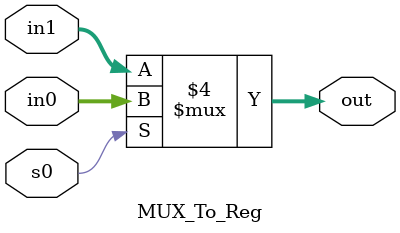
<source format=v>
`timescale 1ns / 1ps
module MUX_To_Reg  (in0, in1, s0, out);

	input s0;
	//decide lengths of the input and output depending on parameter W 
	input [63:0] in0, in1;		
	output reg [63:0] out;
	
	//conditional assignment -> s0 selects an input
	always @ (*)
	begin
		if(s0 == 0) begin
			out = in1;
		end 
		else begin
			out = in0;
		end
	end
	//assign out = s0 ? in1 : in0;

endmodule
</source>
